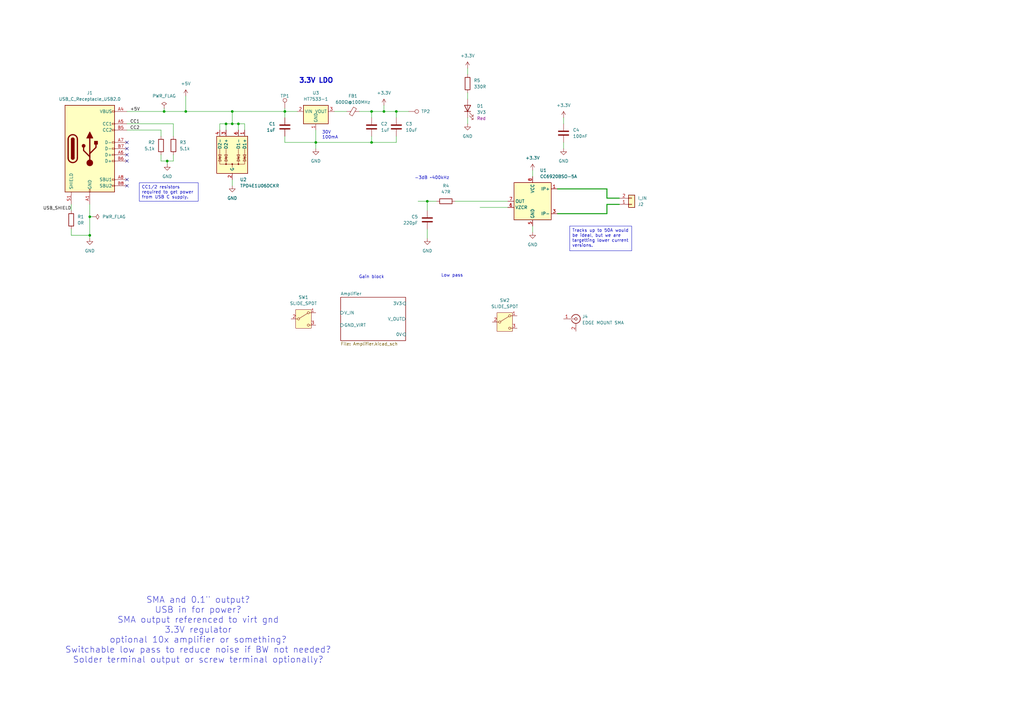
<source format=kicad_sch>
(kicad_sch (version 20231120) (generator "eeschema") (generator_version "8.0")
  (paper "A3")
  (title_block (date "2024-09-25") (rev "A"))
  (lib_symbols
    (symbol "CANchovy_PCB:TPD4E1U06DCKR" (pin_names (offset 1.016))
      (property "Reference" "U" (at 10.16 -11.43 0))
      (property "Value" "TPD4E1U06DCKR" (at 10.16 -8.89 0))
      (symbol "TPD4E1U06DCKR_1_1"
        (rectangle (start -6.35 8.89) (end 6.35 -6.35) (stroke (width 0.254)) (fill (type background)))
        (circle (center -2.54 -2.54) (radius 0.254) (fill (type outline)))
        (circle (center 0 -2.54) (radius 0.254) (fill (type outline)))
        (polyline (pts (xy -2.54 3.81) (xy -2.54 -2.54)))
        (polyline (pts (xy 0 -2.54) (xy 0 -3.81)))
        (polyline (pts (xy 2.54 3.81) (xy 2.54 -2.54)))
        (polyline (pts (xy -5.715 0.254) (xy -5.461 0) (xy -4.699 0) (xy -4.445 -0.254)))
        (polyline (pts (xy -5.08 0) (xy -5.715 1.27) (xy -4.445 1.27) (xy -5.08 0)))
        (polyline (pts (xy -5.08 3.81) (xy -5.08 -2.54) (xy 5.08 -2.54) (xy 5.08 3.81)))
        (polyline (pts (xy -4.445 -1.27) (xy -5.715 -1.27) (xy -5.08 0) (xy -4.445 -1.27)))
        (polyline (pts (xy -3.175 0.254) (xy -2.921 0) (xy -2.159 0) (xy -1.905 -0.254)))
        (polyline (pts (xy -2.54 0) (xy -3.175 1.27) (xy -1.905 1.27) (xy -2.54 0)))
        (polyline (pts (xy -2.54 0) (xy -1.905 -1.27) (xy -3.175 -1.27) (xy -2.54 0)))
        (polyline (pts (xy 1.905 0.254) (xy 2.159 0) (xy 2.921 0) (xy 3.175 -0.254)))
        (polyline (pts (xy 2.54 0) (xy 1.905 -1.27) (xy 3.175 -1.27) (xy 2.54 0)))
        (polyline (pts (xy 2.54 0) (xy 1.905 1.27) (xy 3.175 1.27) (xy 2.54 0)))
        (polyline (pts (xy 4.445 0.254) (xy 4.699 0) (xy 5.461 0) (xy 5.715 -0.254)))
        (polyline (pts (xy 5.08 0) (xy 4.445 -1.27) (xy 5.715 -1.27) (xy 5.08 0)))
        (polyline (pts (xy 5.08 0) (xy 4.445 1.27) (xy 5.715 1.27) (xy 5.08 0)))
        (circle (center 2.54 -2.54) (radius 0.254) (fill (type outline)))
        (pin passive line (at -5.08 11.43 270) (length 2.54) (name "D1+") (number "1"))
        (pin passive line (at 0 -8.89 90) (length 2.54) (name "G") (number "2"))
        (pin passive line (at 2.54 11.43 270) (length 2.54) (name "D2+") (number "3"))
        (pin passive line (at 5.08 11.43 270) (length 2.54) (name "D2-") (number "4"))
        (pin passive line (at -2.54 11.43 270) (length 2.54) (name "D1-") (number "6"))
      )
    )
    (symbol "Connector:Conn_Coaxial" (pin_names (offset 1.016) hide)
      (property "Reference" "J" (at 0.254 3.048 0))
      (property "Value" "Conn_Coaxial" (at 2.921 0 90))
      (symbol "Conn_Coaxial_0_1"
        (arc (start -1.778 -0.508) (mid 0.2311 -1.8066) (end 1.778 0) (stroke (width 0.254)))
        (polyline (pts (xy -2.54 0) (xy -0.508 0)))
        (polyline (pts (xy 0 -2.54) (xy 0 -1.778)))
        (circle (center 0 0) (radius 0.508) (stroke (width 0.2032)))
        (arc (start 1.778 0) (mid 0.2099 1.8101) (end -1.778 0.508) (stroke (width 0.254)))
      )
      (symbol "Conn_Coaxial_1_1"
        (pin passive line (at -5.08 0 0) (length 2.54) (name "In") (number "1"))
        (pin passive line (at 0 -5.08 90) (length 2.54) (name "Ext") (number "2"))
      )
    )
    (symbol "Connector:TestPoint" (pin_numbers hide) (pin_names (offset 0.762) hide)
      (property "Reference" "TP" (at 0 6.858 0))
      (property "Value" "TestPoint" (at 0 5.08 0))
      (symbol "TestPoint_0_1"
        (circle (center 0 3.302) (radius 0.762))
      )
      (symbol "TestPoint_1_1"
        (pin passive line (at 0 0 90) (length 2.54) (name "1") (number "1"))
      )
    )
    (symbol "Connector:USB_C_Receptacle_USB2.0" (pin_names (offset 1.016))
      (property "Reference" "J" (at -10.16 19.05 0))
      (property "Value" "USB_C_Receptacle_USB2.0" (at 19.05 19.05 0))
      (symbol "USB_C_Receptacle_USB2.0_0_0"
        (rectangle (start -0.254 -17.78) (end 0.254 -16.764))
        (rectangle (start 10.16 -14.986) (end 9.144 -15.494))
        (rectangle (start 10.16 -12.446) (end 9.144 -12.954))
        (rectangle (start 10.16 -4.826) (end 9.144 -5.334))
        (rectangle (start 10.16 -2.286) (end 9.144 -2.794))
        (rectangle (start 10.16 0.254) (end 9.144 -0.254))
        (rectangle (start 10.16 2.794) (end 9.144 2.286))
        (rectangle (start 10.16 7.874) (end 9.144 7.366))
        (rectangle (start 10.16 10.414) (end 9.144 9.906))
        (rectangle (start 10.16 15.494) (end 9.144 14.986))
      )
      (symbol "USB_C_Receptacle_USB2.0_0_1"
        (rectangle (start -10.16 17.78) (end 10.16 -17.78) (stroke (width 0.254)) (fill (type background)))
        (arc (start -8.89 -3.81) (mid -6.985 -5.7067) (end -5.08 -3.81) (stroke (width 0.508)))
        (arc (start -7.62 -3.81) (mid -6.985 -4.4423) (end -6.35 -3.81) (stroke (width 0.254)))
        (arc (start -7.62 -3.81) (mid -6.985 -4.4423) (end -6.35 -3.81) (stroke (width 0.254)) (fill (type outline)))
        (rectangle (start -7.62 -3.81) (end -6.35 3.81) (stroke (width 0.254)) (fill (type outline)))
        (arc (start -6.35 3.81) (mid -6.985 4.4423) (end -7.62 3.81) (stroke (width 0.254)))
        (arc (start -6.35 3.81) (mid -6.985 4.4423) (end -7.62 3.81) (stroke (width 0.254)) (fill (type outline)))
        (arc (start -5.08 3.81) (mid -6.985 5.7067) (end -8.89 3.81) (stroke (width 0.508)))
        (circle (center -2.54 1.143) (radius 0.635) (stroke (width 0.254)) (fill (type outline)))
        (circle (center 0 -5.842) (radius 1.27) (fill (type outline)))
        (polyline (pts (xy -8.89 -3.81) (xy -8.89 3.81)) (stroke (width 0.508)))
        (polyline (pts (xy -5.08 3.81) (xy -5.08 -3.81)) (stroke (width 0.508)))
        (polyline (pts (xy 0 -5.842) (xy 0 4.318)) (stroke (width 0.508)))
        (polyline (pts (xy 0 -3.302) (xy -2.54 -0.762) (xy -2.54 0.508)) (stroke (width 0.508)))
        (polyline (pts (xy 0 -2.032) (xy 2.54 0.508) (xy 2.54 1.778)) (stroke (width 0.508)))
        (polyline (pts (xy -1.27 4.318) (xy 0 6.858) (xy 1.27 4.318) (xy -1.27 4.318)) (stroke (width 0.254)) (fill (type outline)))
        (rectangle (start 1.905 1.778) (end 3.175 3.048) (stroke (width 0.254)) (fill (type outline)))
      )
      (symbol "USB_C_Receptacle_USB2.0_1_1"
        (pin passive line (at 0 -22.86 90) (length 5.08) (name "GND") (number "A1"))
        (pin passive line (at 0 -22.86 90) (length 5.08) hide (name "GND") (number "A12"))
        (pin passive line (at 15.24 15.24 180) (length 5.08) (name "VBUS") (number "A4"))
        (pin bidirectional line (at 15.24 10.16 180) (length 5.08) (name "CC1") (number "A5"))
        (pin bidirectional line (at 15.24 -2.54 180) (length 5.08) (name "D+") (number "A6"))
        (pin bidirectional line (at 15.24 2.54 180) (length 5.08) (name "D-") (number "A7"))
        (pin bidirectional line (at 15.24 -12.7 180) (length 5.08) (name "SBU1") (number "A8"))
        (pin passive line (at 15.24 15.24 180) (length 5.08) hide (name "VBUS") (number "A9"))
        (pin passive line (at 0 -22.86 90) (length 5.08) hide (name "GND") (number "B1"))
        (pin passive line (at 0 -22.86 90) (length 5.08) hide (name "GND") (number "B12"))
        (pin passive line (at 15.24 15.24 180) (length 5.08) hide (name "VBUS") (number "B4"))
        (pin bidirectional line (at 15.24 7.62 180) (length 5.08) (name "CC2") (number "B5"))
        (pin bidirectional line (at 15.24 -5.08 180) (length 5.08) (name "D+") (number "B6"))
        (pin bidirectional line (at 15.24 0 180) (length 5.08) (name "D-") (number "B7"))
        (pin bidirectional line (at 15.24 -15.24 180) (length 5.08) (name "SBU2") (number "B8"))
        (pin passive line (at 15.24 15.24 180) (length 5.08) hide (name "VBUS") (number "B9"))
        (pin passive line (at -7.62 -22.86 90) (length 5.08) (name "SHIELD") (number "S1"))
      )
    )
    (symbol "Connector_Generic:Conn_01x02" (pin_names (offset 1.016) hide)
      (property "Reference" "J" (at 0 2.54 0))
      (property "Value" "Conn_01x02" (at 0 -5.08 0))
      (symbol "Conn_01x02_1_1"
        (rectangle (start -1.27 -2.413) (end 0 -2.667) (stroke (width 0.1524)))
        (rectangle (start -1.27 0.127) (end 0 -0.127) (stroke (width 0.1524)))
        (rectangle (start -1.27 1.27) (end 1.27 -3.81) (stroke (width 0.254)) (fill (type background)))
        (pin passive line (at -5.08 0 0) (length 3.81) (name "Pin_1") (number "1"))
        (pin passive line (at -5.08 -2.54 0) (length 3.81) (name "Pin_2") (number "2"))
      )
    )
    (symbol "Current_Probe_CC6920B:CC6920BSO-5A"
      (property "Reference" "U" (at 2.54 11.43 0))
      (property "Value" "CC6920BSO-5A" (at 2.54 8.89 0))
      (symbol "CC6920BSO-5A_0_1"
        (rectangle (start -7.62 7.62) (end 7.62 -7.62) (stroke (width 0.254)) (fill (type background)))
      )
      (symbol "CC6920BSO-5A_1_1"
        (pin passive line (at -10.16 5.08 0) (length 2.54) (name "IP+") (number "1"))
        (pin passive line (at -10.16 5.08 0) (length 2.54) hide (name "IP+") (number "2"))
        (pin passive line (at -10.16 -5.08 0) (length 2.54) (name "IP-") (number "3"))
        (pin passive line (at -10.16 -5.08 0) (length 2.54) hide (name "IP-") (number "4"))
        (pin power_in line (at 0 -10.16 90) (length 2.54) (name "GND") (number "5"))
        (pin output line (at 10.16 -2.54 180) (length 2.54) (name "VZCR") (number "6"))
        (pin output line (at 10.16 0 180) (length 2.54) (name "OUT") (number "7"))
        (pin power_in line (at 0 10.16 270) (length 2.54) (name "VCC") (number "8"))
      )
    )
    (symbol "Device:C" (pin_numbers hide) (pin_names (offset 0.254))
      (property "Reference" "C" (at 0.635 2.54 0))
      (property "Value" "C" (at 0.635 -2.54 0))
      (symbol "C_0_1"
        (polyline (pts (xy -2.032 -0.762) (xy 2.032 -0.762)) (stroke (width 0.508)))
        (polyline (pts (xy -2.032 0.762) (xy 2.032 0.762)) (stroke (width 0.508)))
      )
      (symbol "C_1_1"
        (pin passive line (at 0 3.81 270) (length 2.794) (name "~") (number "1"))
        (pin passive line (at 0 -3.81 90) (length 2.794) (name "~") (number "2"))
      )
    )
    (symbol "Device:FerriteBead_Small" (pin_numbers hide) (pin_names (offset 0))
      (property "Reference" "FB" (at 1.905 1.27 0))
      (property "Value" "FerriteBead_Small" (at 1.905 -1.27 0))
      (symbol "FerriteBead_Small_0_1"
        (polyline (pts (xy 0 -1.27) (xy 0 -0.7874)))
        (polyline (pts (xy 0 0.889) (xy 0 1.2954)))
        (polyline (pts (xy -1.8288 0.2794) (xy -1.1176 1.4986) (xy 1.8288 -0.2032) (xy 1.1176 -1.4224) (xy -1.8288 0.2794)))
      )
      (symbol "FerriteBead_Small_1_1"
        (pin passive line (at 0 2.54 270) (length 1.27) (name "~") (number "1"))
        (pin passive line (at 0 -2.54 90) (length 1.27) (name "~") (number "2"))
      )
    )
    (symbol "Device:LED" (pin_numbers hide) (pin_names (offset 1.016) hide)
      (property "Reference" "D" (at 0 2.54 0))
      (property "Value" "LED" (at 0 -2.54 0))
      (symbol "LED_0_1"
        (polyline (pts (xy -1.27 -1.27) (xy -1.27 1.27)) (stroke (width 0.254)))
        (polyline (pts (xy -1.27 0) (xy 1.27 0)))
        (polyline (pts (xy 1.27 -1.27) (xy 1.27 1.27) (xy -1.27 0) (xy 1.27 -1.27)) (stroke (width 0.254)))
        (polyline (pts (xy -3.048 -0.762) (xy -4.572 -2.286) (xy -3.81 -2.286) (xy -4.572 -2.286) (xy -4.572 -1.524)))
        (polyline (pts (xy -1.778 -0.762) (xy -3.302 -2.286) (xy -2.54 -2.286) (xy -3.302 -2.286) (xy -3.302 -1.524)))
      )
      (symbol "LED_1_1"
        (pin passive line (at -3.81 0 0) (length 2.54) (name "K") (number "1"))
        (pin passive line (at 3.81 0 180) (length 2.54) (name "A") (number "2"))
      )
    )
    (symbol "Device:R" (pin_numbers hide) (pin_names (offset 0))
      (property "Reference" "R" (at 2.032 0 90))
      (property "Value" "R" (at 0 0 90))
      (symbol "R_0_1"
        (rectangle (start -1.016 -2.54) (end 1.016 2.54) (stroke (width 0.254)))
      )
      (symbol "R_1_1"
        (pin passive line (at 0 3.81 270) (length 1.27) (name "~") (number "1"))
        (pin passive line (at 0 -3.81 90) (length 1.27) (name "~") (number "2"))
      )
    )
    (symbol "Regulator_Linear:HT75xx-1-SOT89"
      (property "Reference" "U" (at -5.08 -3.81 0))
      (property "Value" "HT75xx-1-SOT89" (at 0 6.35 0))
      (symbol "HT75xx-1-SOT89_0_1"
        (rectangle (start -5.08 5.08) (end 5.08 -2.54) (stroke (width 0.254)) (fill (type background)))
      )
      (symbol "HT75xx-1-SOT89_1_1"
        (pin power_in line (at 0 -5.08 90) (length 2.54) (name "GND") (number "1"))
        (pin power_in line (at -7.62 2.54 0) (length 2.54) (name "VIN") (number "2"))
        (pin power_out line (at 7.62 2.54 180) (length 2.54) (name "VOUT") (number "3"))
      )
    )
    (symbol "Switch:SW_SPDT" (pin_names (offset 0) hide)
      (property "Reference" "SW" (at 0 5.08 0))
      (property "Value" "SW_SPDT" (at 0 -5.08 0))
      (symbol "SW_SPDT_0_1"
        (circle (center -2.032 0) (radius 0.4572))
        (polyline (pts (xy -1.651 0.254) (xy 1.651 2.286)))
        (circle (center 2.032 -2.54) (radius 0.4572))
        (circle (center 2.032 2.54) (radius 0.4572))
      )
      (symbol "SW_SPDT_1_1"
        (rectangle (start -3.175 3.81) (end 3.175 -3.81) (fill (type background)))
        (pin passive line (at 5.08 2.54 180) (length 2.54) (name "A") (number "1"))
        (pin passive line (at -5.08 0 0) (length 2.54) (name "B") (number "2"))
        (pin passive line (at 5.08 -2.54 180) (length 2.54) (name "C") (number "3"))
      )
    )
    (symbol "power:+3.3V" (power) (pin_names (offset 0))
      (property "Value" "+3.3V" (at 0 3.556 0))
      (symbol "+3.3V_0_1"
        (polyline (pts (xy -0.762 1.27) (xy 0 2.54)))
        (polyline (pts (xy 0 0) (xy 0 2.54)))
        (polyline (pts (xy 0 2.54) (xy 0.762 1.27)))
      )
      (symbol "+3.3V_1_1"
        (pin power_in line (at 0 0 90) (length 0) hide (name "+3.3V") (number "1"))
      )
    )
    (symbol "power:+5V" (power) (pin_names (offset 0))
      (property "Value" "+5V" (at 0 3.556 0))
      (symbol "+5V_0_1"
        (polyline (pts (xy -0.762 1.27) (xy 0 2.54)))
        (polyline (pts (xy 0 0) (xy 0 2.54)))
        (polyline (pts (xy 0 2.54) (xy 0.762 1.27)))
      )
      (symbol "+5V_1_1"
        (pin power_in line (at 0 0 90) (length 0) hide (name "+5V") (number "1"))
      )
    )
    (symbol "power:GND" (power) (pin_names (offset 0))
      (property "Value" "GND" (at 0 -3.81 0))
      (symbol "GND_0_1"
        (polyline (pts (xy 0 0) (xy 0 -1.27) (xy 1.27 -1.27) (xy 0 -2.54) (xy -1.27 -1.27) (xy 0 -1.27)))
      )
      (symbol "GND_1_1"
        (pin power_in line (at 0 0 270) (length 0) hide (name "GND") (number "1"))
      )
    )
    (symbol "power:PWR_FLAG" (power) (pin_numbers hide) (pin_names (offset 0) hide)
      (property "Value" "PWR_FLAG" (at 0 3.81 0))
      (symbol "PWR_FLAG_0_0"
        (pin power_out line (at 0 0 90) (length 0) (name "pwr") (number "1"))
      )
      (symbol "PWR_FLAG_0_1"
        (polyline (pts (xy 0 0) (xy 0 1.27) (xy -1.016 1.905) (xy 0 2.54) (xy 1.016 1.905) (xy 0 1.27)))
      )
    )
  )
  (junction (at 157.48 45.72))
  (junction (at 116.84 45.72))
  (junction (at 162.56 45.72))
  (junction (at 97.79 50.8))
  (junction (at 76.2 45.72))
  (junction (at 95.25 50.8))
  (junction (at 92.71 50.8))
  (junction (at 152.4 45.72))
  (junction (at 95.25 45.72))
  (junction (at 36.83 88.9))
  (junction (at 152.4 58.42))
  (junction (at 36.83 96.52))
  (junction (at 129.54 58.42))
  (junction (at 175.26 82.55))
  (junction (at 67.31 45.72))
  (junction (at 68.58 66.04))
  (no_connect (at 52.07 76.2))
  (no_connect (at 52.07 66.04))
  (no_connect (at 52.07 63.5))
  (no_connect (at 52.07 60.96))
  (no_connect (at 52.07 73.66))
  (no_connect (at 52.07 58.42))
  (wire (pts (xy 171.45 82.55) (xy 175.26 82.55)))
  (wire (pts (xy 175.26 93.98) (xy 175.26 97.79)))
  (wire (pts (xy 218.44 92.71) (xy 218.44 95.25)))
  (wire (pts (xy 157.48 45.72) (xy 162.56 45.72)))
  (wire (pts (xy 92.71 50.8) (xy 92.71 53.34)))
  (wire (pts (xy 52.07 53.34) (xy 66.04 53.34)))
  (wire (pts (xy 248.92 87.63) (xy 248.92 83.82)) (stroke (width 0.381)))
  (wire (pts (xy 76.2 45.72) (xy 95.25 45.72)))
  (wire (pts (xy 162.56 45.72) (xy 167.64 45.72)))
  (wire (pts (xy 100.33 50.8) (xy 100.33 53.34)))
  (wire (pts (xy 66.04 53.34) (xy 66.04 55.88)))
  (wire (pts (xy 116.84 45.72) (xy 121.92 45.72)))
  (wire (pts (xy 157.48 43.18) (xy 157.48 45.72)))
  (wire (pts (xy 36.83 88.9) (xy 36.83 96.52)))
  (wire (pts (xy 52.07 45.72) (xy 67.31 45.72)))
  (wire (pts (xy 231.14 58.42) (xy 231.14 60.96)))
  (wire (pts (xy 248.92 83.82) (xy 254 83.82)) (stroke (width 0.381)))
  (wire (pts (xy 175.26 86.36) (xy 175.26 82.55)))
  (wire (pts (xy 196.85 85.09) (xy 208.28 85.09)))
  (wire (pts (xy 129.54 53.34) (xy 129.54 58.42)))
  (wire (pts (xy 116.84 45.72) (xy 116.84 48.26)))
  (wire (pts (xy 67.31 44.45) (xy 67.31 45.72)))
  (wire (pts (xy 29.21 93.98) (xy 29.21 96.52)))
  (wire (pts (xy 36.83 96.52) (xy 36.83 97.79)))
  (wire (pts (xy 97.79 50.8) (xy 100.33 50.8)))
  (wire (pts (xy 147.32 45.72) (xy 152.4 45.72)))
  (wire (pts (xy 29.21 83.82) (xy 29.21 86.36)))
  (wire (pts (xy 116.84 44.45) (xy 116.84 45.72)))
  (wire (pts (xy 162.56 45.72) (xy 162.56 48.26)))
  (wire (pts (xy 152.4 58.42) (xy 152.4 55.88)))
  (wire (pts (xy 66.04 66.04) (xy 68.58 66.04)))
  (wire (pts (xy 71.12 66.04) (xy 71.12 63.5)))
  (wire (pts (xy 95.25 45.72) (xy 95.25 50.8)))
  (wire (pts (xy 90.17 50.8) (xy 92.71 50.8)))
  (wire (pts (xy 191.77 38.1) (xy 191.77 40.64)))
  (wire (pts (xy 68.58 66.04) (xy 71.12 66.04)))
  (wire (pts (xy 95.25 73.66) (xy 95.25 76.2)))
  (wire (pts (xy 67.31 45.72) (xy 76.2 45.72)))
  (wire (pts (xy 92.71 50.8) (xy 95.25 50.8)))
  (wire (pts (xy 254 81.28) (xy 248.92 81.28)) (stroke (width 0.381)))
  (wire (pts (xy 175.26 82.55) (xy 179.07 82.55)))
  (wire (pts (xy 52.07 50.8) (xy 71.12 50.8)))
  (wire (pts (xy 162.56 58.42) (xy 152.4 58.42)))
  (wire (pts (xy 97.79 50.8) (xy 97.79 53.34)))
  (wire (pts (xy 129.54 58.42) (xy 152.4 58.42)))
  (wire (pts (xy 137.16 45.72) (xy 142.24 45.72)))
  (wire (pts (xy 76.2 39.37) (xy 76.2 45.72)))
  (wire (pts (xy 90.17 53.34) (xy 90.17 50.8)))
  (wire (pts (xy 116.84 55.88) (xy 116.84 58.42)))
  (wire (pts (xy 248.92 77.47) (xy 228.6 77.47)) (stroke (width 0.381)))
  (wire (pts (xy 186.69 82.55) (xy 208.28 82.55)))
  (wire (pts (xy 191.77 48.26) (xy 191.77 50.8)))
  (wire (pts (xy 36.83 88.9) (xy 38.1 88.9)))
  (wire (pts (xy 95.25 45.72) (xy 116.84 45.72)))
  (wire (pts (xy 71.12 50.8) (xy 71.12 55.88)))
  (wire (pts (xy 162.56 55.88) (xy 162.56 58.42)))
  (wire (pts (xy 152.4 48.26) (xy 152.4 45.72)))
  (wire (pts (xy 152.4 45.72) (xy 157.48 45.72)))
  (wire (pts (xy 129.54 58.42) (xy 129.54 60.96)))
  (wire (pts (xy 116.84 58.42) (xy 129.54 58.42)))
  (wire (pts (xy 68.58 66.04) (xy 68.58 67.31)))
  (wire (pts (xy 95.25 50.8) (xy 97.79 50.8)))
  (wire (pts (xy 228.6 87.63) (xy 248.92 87.63)) (stroke (width 0.381)))
  (wire (pts (xy 191.77 27.94) (xy 191.77 30.48)))
  (wire (pts (xy 231.14 48.26) (xy 231.14 50.8)))
  (wire (pts (xy 29.21 96.52) (xy 36.83 96.52)))
  (wire (pts (xy 66.04 63.5) (xy 66.04 66.04)))
  (wire (pts (xy 36.83 83.82) (xy 36.83 88.9)))
  (wire (pts (xy 248.92 81.28) (xy 248.92 77.47)) (stroke (width 0.381)))
  (wire (pts (xy 218.44 69.85) (xy 218.44 72.39)))
  (text_box "CC1/2 resistors required to get power from USB C supply." (at 57.15 74.93 0) (size 24.13 7.62) (effects (font (size 1.27 1.27)) (justify left top)))
  (text_box "Tracks up to 50A would be ideal, but we are targetting lower current versions." (at 233.68 92.71 0) (size 25.4 10.16) (effects (font (size 1.27 1.27)) (justify left top)))
  (text "30V\n100mA" (at 132.08 57.15 0) (effects (font (size 1.27 1.27)) (justify left bottom)))
  (text "3.3V LDO" (at 122.555 34.29 0) (effects (font (size 2 2) (thickness 0.4) (bold yes)) (justify left bottom)))
  (text "-3dB ~400kHz" (at 177.165 73.025 0) (effects (font (size 1.27 1.27))))
  (text "Low pass" (at 185.42 113.03 0) (effects (font (size 1.27 1.27))))
  (text "SMA and 0.1\" output?\nUSB in for power?\nSMA output referenced to virt gnd\n3.3V regulator\noptional 10x amplifier or something?\nSwitchable low pass to reduce noise if BW not needed?\nSolder terminal output or screw terminal optionally?" (at 81.28 258.445 0) (effects (font (size 2.54 2.54))))
  (text "Gain block" (at 152.4 113.665 0) (effects (font (size 1.27 1.27))))
  (label "+5V" (at 53.34 45.72 0))
  (label "USB_SHIELD" (at 29.21 86.36 180))
  (label "CC1" (at 53.34 50.8 0))
  (label "CC2" (at 53.34 53.34 0))
  (symbol (lib_id "power:GND") (at 129.54 60.96 0) (unit 1)
    (property "Reference" "#PWR04" (effects (hide yes)))
    (property "Value" "GND" (at 129.54 66.04 0))
  )
  (symbol (lib_id "power:GND") (at 68.58 67.31 0) (unit 1)
    (property "Reference" "#PWR03" (effects (hide yes)))
    (property "Value" "GND" (at 68.58 72.39 0))
  )
  (symbol (lib_id "CANchovy_PCB:TPD4E1U06DCKR") (at 95.25 64.77 0) (mirror y) (unit 1)
    (property "Reference" "U2" (at 98.425 73.66 0) (effects (justify right)))
    (property "Value" "TPD4E1U06DCKR" (at 98.425 76.2 0) (effects (justify right)))
    (property "Footprint" "Package_TO_SOT_SMD:SOT-363_SC-70-6" (effects (hide yes)))
    (property "Datasheet" "https://www.lcsc.com/product-detail/span-style-background-color-ff0-ESD-span-Protection-Devices_Texas-Instruments-TPD4E1U06DCKR_C194628.html" (effects (hide yes)))
    (property "LCSC Part #" "C194628" (effects (hide yes)))
  )
  (symbol (lib_id "power:GND") (at 175.26 97.79 0) (unit 1)
    (property "Reference" "#PWR011" (effects (hide yes)))
    (property "Value" "GND" (at 175.26 102.87 0))
  )
  (symbol (lib_id "power:+3.3V") (at 191.77 27.94 0) (unit 1)
    (property "Reference" "#PWR013" (effects (hide yes)))
    (property "Value" "+3.3V" (at 191.77 22.86 0))
  )
  (symbol (lib_id "Device:C") (at 162.56 52.07 0) (unit 1)
    (property "Reference" "C3" (at 166.37 50.7999 0) (effects (justify left)))
    (property "Value" "10uF" (at 166.37 53.3399 0) (effects (justify left)))
    (property "Footprint" "Capacitor_SMD:C_0603_1608Metric" (effects (hide yes)))
    (property "Datasheet" "https://www.lcsc.com/datasheet/lcsc_datasheet_2304140030_Samsung-Electro-Mechanics-CL10A106MA8NRNC_C96446.pdf" (effects (hide yes)))
    (property "Description" "Unpolarized capacitor" (effects (hide yes)))
    (property "LCSC Part #" "C96446" (effects (hide yes)))
    (property "Manufacturer" "Samsung Electro-Mechanics" (effects (hide yes)))
    (property "Manufacturer Part #" "CL10A106MA8NRNC" (effects (hide yes)))
  )
  (symbol (lib_id "power:PWR_FLAG") (at 38.1 88.9 270) (unit 1)
    (property "Reference" "#FLG01" (effects (hide yes)))
    (property "Value" "PWR_FLAG" (at 41.91 88.9 90) (effects (justify left)))
  )
  (symbol (lib_id "Device:C") (at 175.26 90.17 0) (mirror y) (unit 1)
    (property "Reference" "C5" (at 171.45 88.8999 0) (effects (justify left)))
    (property "Value" "220pF" (at 171.45 91.4399 0) (effects (justify left)))
    (property "Footprint" "Capacitor_SMD:C_0603_1608Metric" (effects (hide yes)))
    (property "Datasheet" "https://jlcpcb.com/partdetail/1955-CL10B221KB8NNNC/C1603" (effects (hide yes)))
    (property "Description" "Unpolarized capacitor" (effects (hide yes)))
    (property "LCSC Part #" "C1603" (effects (hide yes)))
    (property "Manufacturer" "Samsung Electro-Mechanics" (effects (hide yes)))
    (property "Manufacturer Part #" "CL10B221KB8NNNC" (effects (hide yes)))
  )
  (symbol (lib_id "power:+5V") (at 76.2 39.37 0) (unit 1)
    (property "Reference" "#PWR02" (effects (hide yes)))
    (property "Value" "+5V" (at 76.2 34.29 0))
  )
  (symbol (lib_id "Device:C") (at 231.14 54.61 0) (unit 1)
    (property "Reference" "C4" (at 234.95 53.3399 0) (effects (justify left)))
    (property "Value" "100nF" (at 234.95 55.8799 0) (effects (justify left)))
    (property "Footprint" "Capacitor_SMD:C_0603_1608Metric" (effects (hide yes)))
    (property "Datasheet" "https://www.lcsc.com/datasheet/lcsc_datasheet_2211101700_YAGEO-CC0603KRX7R9BB104_C14663.pdf" (effects (hide yes)))
    (property "Description" "Unpolarized capacitor" (effects (hide yes)))
    (property "LCSC Part #" "C14663" (effects (hide yes)))
    (property "Manufacturer" "YAGEO" (effects (hide yes)))
    (property "Manufacturer Part #" "CC0603KRX7R9BB104" (effects (hide yes)))
  )
  (symbol (lib_id "Connector:TestPoint") (at 116.84 44.45 0) (unit 1) (in_bom no)
    (property "Reference" "TP1" (at 116.84 39.37 0))
    (property "Value" "TestPoint" (effects (hide yes)))
    (property "Footprint" "TestPoint:TestPoint_THTPad_1.0x1.0mm_Drill0.5mm" (effects (hide yes)))
  )
  (symbol (lib_id "Switch:SW_SPDT") (at 124.46 130.81 0) (unit 1)
    (property "Reference" "SW1" (at 124.46 121.92 0))
    (property "Value" "SLIDE_SPDT" (at 124.46 124.46 0))
    (property "Footprint" "Button_Switch_SMD:SW_SPDT_PCM12" (effects (hide yes)))
    (property "Datasheet" "https://jlcpcb.com/partdetail/Alpsalpine-SSSS811101/C109335" (effects (hide yes)))
    (property "Description" "Switch, single pole double throw" (effects (hide yes)))
    (property "LCSC Part #" "C109335" (effects (hide yes)))
    (property "Manufacturer" "ALPSALPINE" (effects (hide yes)))
    (property "Manufacturer Part #" "SSSS811101" (effects (hide yes)))
  )
  (symbol (lib_id "power:GND") (at 95.25 76.2 0) (unit 1)
    (property "Reference" "#PWR06" (effects (hide yes)))
    (property "Value" "GND" (at 95.25 81.28 0))
  )
  (symbol (lib_id "Device:C") (at 116.84 52.07 0) (unit 1)
    (property "Reference" "C1" (at 113.03 50.8 0) (effects (justify right)))
    (property "Value" "1uF" (at 113.03 53.34 0) (effects (justify right)))
    (property "Footprint" "Capacitor_SMD:C_0805_2012Metric" (effects (hide yes)))
    (property "Datasheet" "https://datasheet.lcsc.com/lcsc/2304140030_Samsung-Electro-Mechanics-CL21B105KBFNNNE_C28323.pdf" (effects (hide yes)))
    (property "Manufacturer" "Samsung Electro-Mechanics" (effects (hide yes)))
    (property "Manufacturer Part #" "CL21B105KBFNNNE" (effects (hide yes)))
    (property "LCSC Part #" "C28323" (effects (hide yes)))
  )
  (symbol (lib_id "Device:LED") (at 191.77 44.45 90) (unit 1)
    (property "Reference" "D1" (at 195.58 43.4974 90) (effects (justify right)))
    (property "Value" "3V3" (at 195.58 46.0374 90) (effects (justify right)))
    (property "Footprint" "LED_SMD:LED_0603_1608Metric" (effects (hide yes)))
    (property "Datasheet" "https://jlcpcb.com/partdetail/Hubei_KentoElec-KT0603R/C2286" (effects (hide yes)))
    (property "LCSC Part #" "C2286" (effects (hide yes)))
    (property "Colour" "Red" (at 195.58 48.5774 90) (effects (justify right)))
    (property "Manufacturer" "Hubei KENTO Elec" (effects (hide yes)))
    (property "Manufacturer Part #" "KT-0603R" (effects (hide yes)))
  )
  (symbol (lib_id "Device:C") (at 152.4 52.07 0) (unit 1)
    (property "Reference" "C2" (at 156.21 50.8 0) (effects (justify left)))
    (property "Value" "1uF" (at 156.21 53.34 0) (effects (justify left)))
    (property "Footprint" "Capacitor_SMD:C_0805_2012Metric" (effects (hide yes)))
    (property "Datasheet" "https://datasheet.lcsc.com/lcsc/2304140030_Samsung-Electro-Mechanics-CL21B105KBFNNNE_C28323.pdf" (effects (hide yes)))
    (property "Manufacturer" "Samsung Electro-Mechanics" (effects (hide yes)))
    (property "Manufacturer Part #" "CL21B105KBFNNNE" (effects (hide yes)))
    (property "LCSC Part #" "C28323" (effects (hide yes)))
  )
  (symbol (lib_id "Device:R") (at 191.77 34.29 0) (unit 1)
    (property "Reference" "R5" (at 194.31 33.0199 0) (effects (justify left)))
    (property "Value" "330R" (at 194.31 35.5599 0) (effects (justify left)))
    (property "Footprint" "Resistor_SMD:R_0603_1608Metric" (effects (hide yes)))
    (property "Datasheet" "https://jlcpcb.com/partdetail/23865-0603WAF3300T5E/C23138" (effects (hide yes)))
    (property "LCSC Part #" "C23138" (effects (hide yes)))
    (property "Manufacturer" "UNI-ROYAL(Uniroyal Elec)" (effects (hide yes)))
    (property "Manufacturer Part #" "0603WAF3300T5E" (effects (hide yes)))
  )
  (symbol (lib_id "Switch:SW_SPDT") (at 207.01 132.08 0) (unit 1)
    (property "Reference" "SW2" (at 207.01 123.19 0))
    (property "Value" "SLIDE_SPDT" (at 207.01 125.73 0))
    (property "Footprint" "Button_Switch_SMD:SW_SPDT_PCM12" (effects (hide yes)))
    (property "Datasheet" "https://jlcpcb.com/partdetail/Alpsalpine-SSSS811101/C109335" (effects (hide yes)))
    (property "Description" "Switch, single pole double throw" (effects (hide yes)))
    (property "LCSC Part #" "C109335" (effects (hide yes)))
    (property "Manufacturer" "ALPSALPINE" (effects (hide yes)))
    (property "Manufacturer Part #" "SSSS811101" (effects (hide yes)))
  )
  (symbol (lib_id "Device:FerriteBead_Small") (at 144.78 45.72 90) (unit 1)
    (property "Reference" "FB1" (at 144.7419 39.37 90))
    (property "Value" "600Ω@100MHz" (at 144.7419 41.91 90))
    (property "Footprint" "Inductor_SMD:L_0603_1608Metric" (effects (hide yes)))
    (property "Datasheet" "https://jlcpcb.com/partdetail/Sunlord-GZ1608D601TF/C1002" (effects (hide yes)))
    (property "Description" "Ferrite bead, small symbol" (effects (hide yes)))
    (property "LCSC Part #" "C1002" (effects (hide yes)))
    (property "Manufacturer" "Sunlord" (effects (hide yes)))
    (property "Manufacturer Part #" "GZ1608D601TF" (effects (hide yes)))
  )
  (symbol (lib_id "power:+3.3V") (at 218.44 69.85 0) (unit 1)
    (property "Reference" "#PWR08" (effects (hide yes)))
    (property "Value" "+3.3V" (at 218.44 64.77 0))
  )
  (symbol (lib_id "Connector:Conn_Coaxial") (at 236.22 130.81 0) (unit 1)
    (property "Reference" "J4" (at 238.76 129.8331 0) (effects (justify left)))
    (property "Value" "EDGE MOUNT SMA" (at 238.76 132.3731 0) (effects (justify left)))
    (property "Footprint" "Connector_Coaxial:SMA_Samtec_SMA-J-P-H-ST-EM1_EdgeMount" (effects (hide yes)))
    (property "Datasheet" "https://jlcpcb.com/partdetail/BatWireless-BWSMA_KEP001/C496550" (effects (hide yes)))
    (property "Description" "coaxial connector (BNC, SMA, SMB, SMC, Cinch/RCA, LEMO, ...)" (effects (hide yes)))
    (property "LCSC Part #" "C496550" (effects (hide yes)))
    (property "Manufacturer" "BAT WIRELESS" (effects (hide yes)))
    (property "Manufacturer Part #" "BWSMA-KE-P001" (effects (hide yes)))
  )
  (symbol (lib_id "Device:R") (at 71.12 59.69 0) (unit 1)
    (property "Reference" "R3" (at 73.66 58.42 0) (effects (justify left)))
    (property "Value" "5.1k" (at 73.66 60.96 0) (effects (justify left)))
    (property "Footprint" "Resistor_SMD:R_0603_1608Metric" (effects (hide yes)))
    (property "Datasheet" "https://datasheet.lcsc.com/lcsc/2206010116_UNI-ROYAL-Uniroyal-Elec-0603WAF5101T5E_C23186.pdf" (effects (hide yes)))
    (property "Manufacturer" "UNI-ROYAL(Uniroyal Elec)" (effects (hide yes)))
    (property "Manufacturer Part #" "0603WAF5101T5E" (effects (hide yes)))
    (property "LCSC Part #" "C23186" (effects (hide yes)))
  )
  (symbol (lib_id "power:+3.3V") (at 157.48 43.18 0) (unit 1)
    (property "Reference" "#PWR05" (effects (hide yes)))
    (property "Value" "+3.3V" (at 157.48 38.1 0))
  )
  (symbol (lib_id "Current_Probe_CC6920B:CC6920BSO-5A") (at 218.44 82.55 0) (mirror y) (unit 1)
    (property "Reference" "U1" (at 221.4565 69.85 0) (effects (justify right)))
    (property "Value" "CC6920BSO-5A" (at 221.4565 72.39 0) (effects (justify right)))
    (property "Footprint" "Package_SO:SOIC-8_3.9x4.9mm_P1.27mm" (effects (hide yes)))
    (property "Datasheet" "https://www.lcsc.com/datasheet/lcsc_datasheet_2407171004_Cross-chip-CC6920BSO-5A_C2880430.pdf" (effects (hide yes)))
    (property "Description" "±5A Bidirectional Hall-Effect Current Sensor, +3.3V supply, 264mV/A, SOIC-8" (effects (hide yes)))
    (property "LCSC Part #" "C2880430" (effects (hide yes)))
    (property "Manufacturer" "Cross chip " (effects (hide yes)))
    (property "Manufacturer Part #" "CC6920BSO-5A" (effects (hide yes)))
  )
  (symbol (lib_id "power:PWR_FLAG") (at 67.31 44.45 0) (unit 1)
    (property "Reference" "#FLG02" (effects (hide yes)))
    (property "Value" "PWR_FLAG" (at 67.31 39.37 0))
  )
  (symbol (lib_id "Device:R") (at 29.21 90.17 0) (unit 1)
    (property "Reference" "R1" (at 31.75 88.9 0) (effects (justify left)))
    (property "Value" "0R" (at 31.75 91.44 0) (effects (justify left)))
    (property "Footprint" "Resistor_SMD:R_0603_1608Metric" (effects (hide yes)))
    (property "Datasheet" "https://datasheet.lcsc.com/lcsc/2206010130_UNI-ROYAL-Uniroyal-Elec-0603WAF0000T5E_C21189.pdf" (effects (hide yes)))
    (property "Manufacturer" "UNI-ROYAL(Uniroyal Elec)" (effects (hide yes)))
    (property "Manufacturer Part #" "0603WAF0000T5E" (effects (hide yes)))
    (property "LCSC Part #" "C21189" (effects (hide yes)))
  )
  (symbol (lib_id "Connector:TestPoint") (at 167.64 45.72 270) (unit 1) (in_bom no)
    (property "Reference" "TP2" (at 172.72 45.72 90) (effects (justify left)))
    (property "Value" "TestPoint" (effects (hide yes)))
    (property "Footprint" "TestPoint:TestPoint_THTPad_1.0x1.0mm_Drill0.5mm" (effects (hide yes)))
  )
  (symbol (lib_id "power:+3.3V") (at 231.14 48.26 0) (unit 1)
    (property "Reference" "#PWR010" (effects (hide yes)))
    (property "Value" "+3.3V" (at 231.14 43.18 0))
  )
  (symbol (lib_id "Regulator_Linear:HT75xx-1-SOT89") (at 129.54 48.26 0) (unit 1)
    (property "Reference" "U3" (at 129.54 38.1 0))
    (property "Value" "HT7533-1" (at 129.54 40.64 0))
    (property "Footprint" "Package_TO_SOT_SMD:SOT-89-3" (effects (hide yes)))
    (property "Datasheet" "https://datasheet.lcsc.com/lcsc/1811062113_Holtek-Semicon-HT7533-1_C14289.pdf" (effects (hide yes)))
    (property "Manufacturer" "Holtek Semicon" (effects (hide yes)))
    (property "Manufacturer Part #" "HT7533-1" (effects (hide yes)))
    (property "LCSC Part #" "C14289" (effects (hide yes)))
  )
  (symbol (lib_id "power:GND") (at 191.77 50.8 0) (unit 1)
    (property "Reference" "#PWR012" (effects (hide yes)))
    (property "Value" "GND" (at 191.77 55.88 0))
  )
  (symbol (lib_id "Device:R") (at 66.04 59.69 0) (unit 1)
    (property "Reference" "R2" (at 63.5 58.42 0) (effects (justify right)))
    (property "Value" "5.1k" (at 63.5 60.96 0) (effects (justify right)))
    (property "Footprint" "Resistor_SMD:R_0603_1608Metric" (effects (hide yes)))
    (property "Datasheet" "https://datasheet.lcsc.com/lcsc/2206010116_UNI-ROYAL-Uniroyal-Elec-0603WAF5101T5E_C23186.pdf" (effects (hide yes)))
    (property "Manufacturer" "UNI-ROYAL(Uniroyal Elec)" (effects (hide yes)))
    (property "Manufacturer Part #" "0603WAF5101T5E" (effects (hide yes)))
    (property "LCSC Part #" "C23186" (effects (hide yes)))
  )
  (symbol (lib_id "power:GND") (at 36.83 97.79 0) (unit 1)
    (property "Reference" "#PWR01" (effects (hide yes)))
    (property "Value" "GND" (at 36.83 102.87 0))
  )
  (symbol (lib_id "Connector:USB_C_Receptacle_USB2.0") (at 36.83 60.96 0) (unit 1)
    (property "Reference" "J1" (at 36.83 38.1 0))
    (property "Value" "USB_C_Receptacle_USB2.0" (at 36.83 40.64 0))
    (property "Footprint" "Connector_USB:USB_C_Receptacle_XKB_U262-16XN-4BVC11" (effects (hide yes)))
    (property "Datasheet" "https://datasheet.lcsc.com/lcsc/2110151630_XKB-Connectivity-U262-161N-4BVC11_C319148.pdf" (effects (hide yes)))
    (property "Manufacturer" "XKB Connectivity " (effects (hide yes)))
    (property "Manufacturer Part #" "U262-161N-4BVC11" (effects (hide yes)))
    (property "LCSC Part #" "C319148" (effects (hide yes)))
  )
  (symbol (lib_id "power:GND") (at 231.14 60.96 0) (unit 1)
    (property "Reference" "#PWR09" (effects (hide yes)))
    (property "Value" "GND" (at 231.14 66.04 0))
  )
  (symbol (lib_id "power:GND") (at 218.44 95.25 0) (unit 1)
    (property "Reference" "#PWR07" (effects (hide yes)))
    (property "Value" "GND" (at 218.44 100.33 0))
  )
  (symbol (lib_id "Device:R") (at 182.88 82.55 90) (unit 1)
    (property "Reference" "R4" (at 182.88 76.2 90))
    (property "Value" "47R" (at 182.88 78.74 90))
    (property "Footprint" "Resistor_SMD:R_0603_1608Metric" (effects (hide yes)))
    (property "Datasheet" "https://jlcpcb.com/partdetail/23909-0603WAF470JT5E/C23182" (effects (hide yes)))
    (property "Description" "Resistor" (effects (hide yes)))
    (property "LCSC Part #" "C23182" (effects (hide yes)))
    (property "Manufacturer" "UNI-ROYAL(Uniroyal Elec)" (effects (hide yes)))
    (property "Manufacturer Part #" "0603WAF470JT5E" (effects (hide yes)))
  )
  (symbol (lib_id "Connector_Generic:Conn_01x02") (at 259.08 83.82 0) (mirror x) (unit 1)
    (property "Reference" "J2" (at 261.62 83.8201 0) (effects (justify left)))
    (property "Value" "I_IN" (at 261.62 81.2801 0) (effects (justify left)))
    (property "Description" "Generic connector, single row, 01x02, script generated (kicad-library-utils/schlib/autogen/connector/)" (effects (hide yes)))
  )
  (sheet (at 139.7 121.92) (size 26.67 17.78) (stroke (width 0.1524))
    (property "Sheetname" "Amplifier" (at 139.7 121.2084 0) (effects (justify left bottom)))
    (property "Sheetfile" "Amplifier.kicad_sch" (at 139.7 140.2846 0) (effects (justify left top)))
    (pin "V_OUT" output (at 166.37 130.81 0))
    (pin "3V3" input (at 166.37 124.46 0))
    (pin "V_IN" input (at 139.7 128.27 180))
    (pin "0V" input (at 166.37 137.16 0))
    (pin "GND_VIRT" input (at 139.7 133.35 180))
  )
)
</source>
